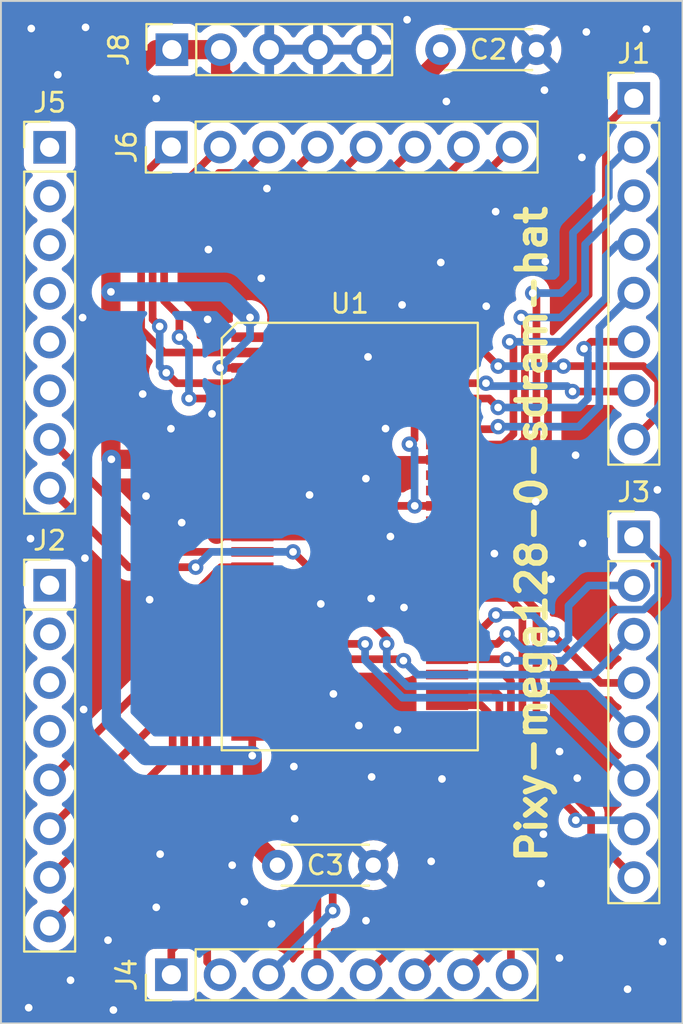
<source format=kicad_pcb>
(kicad_pcb (version 20221018) (generator pcbnew)
  (layers (0 "F.Cu" signal) (31 "B.Cu" signal) (34 "B.Paste" user) (35 "F.Paste" user) (36 "B.SilkS" user "B.Silkscreen") (37 "F.SilkS" user "F.Silkscreen") (38 "B.Mask" user) (39 "F.Mask" user) (44 "Edge.Cuts" user))
  (net 0 "")
  (net 1 "VCC")
  (net 2 "GND")
  (net 3 "/PA0")
  (net 4 "/PA1")
  (net 5 "/PA2")
  (net 6 "/PA3")
  (net 7 "/PA4")
  (net 8 "/PA5")
  (net 9 "/PA6")
  (net 10 "/PA7")
  (net 11 "/PB0")
  (net 12 "/PB1")
  (net 13 "/PB2")
  (net 14 "/PB3")
  (net 15 "/PB4")
  (net 16 "/PB5")
  (net 17 "/PB6")
  (net 18 "/PB7")
  (net 19 "/PC0")
  (net 20 "/PC1")
  (net 21 "/PC2")
  (net 22 "/PC3")
  (net 23 "/PC4")
  (net 24 "/PC5")
  (net 25 "/PC6")
  (net 26 "/PC7")
  (net 27 "/PD0")
  (net 28 "/PD1")
  (net 29 "/PD2")
  (net 30 "/PD3")
  (net 31 "/PD4")
  (net 32 "/PD5")
  (net 33 "/PD6")
  (net 34 "/PD7")
  (net 35 "/PE0")
  (net 36 "/PE1")
  (net 37 "/PE2")
  (net 38 "/PE3")
  (net 39 "/PE4")
  (net 40 "/PE5")
  (net 41 "/PE6")
  (net 42 "/PE7")
  (net 43 "/PF0")
  (net 44 "/PF1")
  (net 45 "/PF2")
  (net 46 "/PF3")
  (net 47 "/PF4")
  (net 48 "/PF5")
  (net 49 "/PF6")
  (net 50 "/PF7")
  (footprint "kekyo:EDS1216AGTA" (layer "F.Cu") (at 43.6 50.8 -90)
    (fp_text reference "U1" (at -12.15 0) (layer "F.SilkS"))
    (fp_text value "EDS1216AGTA")
    (pad "1" smd rect (at -10.4 5.08 270) (size 0.5 2.2) (layers "F.Cu" "F.Paste" "F.Mask") (net 1 "VCC"))
    (pad "2" smd rect (at -9.6 5.08 270) (size 0.5 2.2) (layers "F.Cu" "F.Paste" "F.Mask") (net 43 "/PF0"))
    (pad "3" smd rect (at -8.8 5.08 270) (size 0.5 2.2) (layers "F.Cu" "F.Paste" "F.Mask") (net 1 "VCC"))
    (pad "4" smd rect (at -8 5.08 270) (size 0.5 2.2) (layers "F.Cu" "F.Paste" "F.Mask") (net 44 "/PF1"))
    (pad "5" smd rect (at -7.2 5.08 270) (size 0.5 2.2) (layers "F.Cu" "F.Paste" "F.Mask") (net 45 "/PF2"))
    (pad "6" smd rect (at -6.4 5.08 270) (size 0.5 2.2) (layers "F.Cu" "F.Paste" "F.Mask") (net 2 "GND"))
    (pad "7" smd rect (at -5.6 5.08 270) (size 0.5 2.2) (layers "F.Cu" "F.Paste" "F.Mask") (net 46 "/PF3"))
    (pad "8" smd rect (at -4.8 5.08 270) (size 0.5 2.2) (layers "F.Cu" "F.Paste" "F.Mask") (net 47 "/PF4"))
    (pad "9" smd rect (at -4 5.08 270) (size 0.5 2.2) (layers "F.Cu" "F.Paste" "F.Mask") (net 1 "VCC"))
    (pad "10" smd rect (at -3.2 5.08 270) (size 0.5 2.2) (layers "F.Cu" "F.Paste" "F.Mask") (net 48 "/PF5"))
    (pad "11" smd rect (at -2.4 5.08 270) (size 0.5 2.2) (layers "F.Cu" "F.Paste" "F.Mask") (net 49 "/PF6"))
    (pad "12" smd rect (at -1.6 5.08 270) (size 0.5 2.2) (layers "F.Cu" "F.Paste" "F.Mask") (net 2 "GND"))
    (pad "13" smd rect (at -0.8 5.08 270) (size 0.5 2.2) (layers "F.Cu" "F.Paste" "F.Mask") (net 50 "/PF7"))
    (pad "14" smd rect (at 0 5.08 270) (size 0.5 2.2) (layers "F.Cu" "F.Paste" "F.Mask") (net 1 "VCC"))
    (pad "15" smd rect (at 0.8 5.08 270) (size 0.5 2.2) (layers "F.Cu" "F.Paste" "F.Mask") (net 41 "/PE6"))
    (pad "16" smd rect (at 1.6 5.08 270) (size 0.5 2.2) (layers "F.Cu" "F.Paste" "F.Mask") (net 15 "/PB4"))
    (pad "17" smd rect (at 2.4 5.08 270) (size 0.5 2.2) (layers "F.Cu" "F.Paste" "F.Mask") (net 16 "/PB5"))
    (pad "18" smd rect (at 3.2 5.08 270) (size 0.5 2.2) (layers "F.Cu" "F.Paste" "F.Mask") (net 17 "/PB6"))
    (pad "19" smd rect (at 4 5.08 270) (size 0.5 2.2) (layers "F.Cu" "F.Paste" "F.Mask") (net 18 "/PB7"))
    (pad "20" smd rect (at 4.8 5.08 270) (size 0.5 2.2) (layers "F.Cu" "F.Paste" "F.Mask") (net 23 "/PC4"))
    (pad "21" smd rect (at 5.6 5.08 270) (size 0.5 2.2) (layers "F.Cu" "F.Paste" "F.Mask") (net 24 "/PC5"))
    (pad "22" smd rect (at 6.4 5.08 270) (size 0.5 2.2) (layers "F.Cu" "F.Paste" "F.Mask") (net 21 "/PC2"))
    (pad "23" smd rect (at 7.2 5.08 270) (size 0.5 2.2) (layers "F.Cu" "F.Paste" "F.Mask") (net 27 "/PD0"))
    (pad "24" smd rect (at 8 5.08 270) (size 0.5 2.2) (layers "F.Cu" "F.Paste" "F.Mask") (net 28 "/PD1"))
    (pad "25" smd rect (at 8.8 5.08 270) (size 0.5 2.2) (layers "F.Cu" "F.Paste" "F.Mask") (net 29 "/PD2"))
    (pad "26" smd rect (at 9.6 5.08 270) (size 0.5 2.2) (layers "F.Cu" "F.Paste" "F.Mask") (net 30 "/PD3"))
    (pad "27" smd rect (at 10.4 5.08 270) (size 0.5 2.2) (layers "F.Cu" "F.Paste" "F.Mask") (net 1 "VCC"))
    (pad "28" smd rect (at 10.4 -5.08 270) (size 0.5 2.2) (layers "F.Cu" "F.Paste" "F.Mask") (net 2 "GND"))
    (pad "29" smd rect (at 9.6 -5.08 270) (size 0.5 2.2) (layers "F.Cu" "F.Paste" "F.Mask") (net 31 "/PD4"))
    (pad "30" smd rect (at 8.8 -5.08 270) (size 0.5 2.2) (layers "F.Cu" "F.Paste" "F.Mask") (net 32 "/PD5"))
    (pad "31" smd rect (at 8 -5.08 270) (size 0.5 2.2) (layers "F.Cu" "F.Paste" "F.Mask") (net 33 "/PD6"))
    (pad "32" smd rect (at 7.2 -5.08 270) (size 0.5 2.2) (layers "F.Cu" "F.Paste" "F.Mask") (net 34 "/PD7"))
    (pad "33" smd rect (at 6.4 -5.08 270) (size 0.5 2.2) (layers "F.Cu" "F.Paste" "F.Mask") (net 19 "/PC0"))
    (pad "34" smd rect (at 5.6 -5.08 270) (size 0.5 2.2) (layers "F.Cu" "F.Paste" "F.Mask") (net 20 "/PC1"))
    (pad "35" smd rect (at 4.8 -5.08 270) (size 0.5 2.2) (layers "F.Cu" "F.Paste" "F.Mask") (net 22 "/PC3"))
    (pad "36" smd rect (at 4 -5.08 270) (size 0.5 2.2) (layers "F.Cu" "F.Paste" "F.Mask"))
    (pad "37" smd rect (at 3.2 -5.08 270) (size 0.5 2.2) (layers "F.Cu" "F.Paste" "F.Mask") (net 25 "/PC6"))
    (pad "38" smd rect (at 2.4 -5.08 270) (size 0.5 2.2) (layers "F.Cu" "F.Paste" "F.Mask") (net 26 "/PC7"))
    (pad "39" smd rect (at 1.6 -5.08 270) (size 0.5 2.2) (layers "F.Cu" "F.Paste" "F.Mask") (net 42 "/PE7"))
    (pad "40" smd rect (at 0.8 -5.08 270) (size 0.5 2.2) (layers "F.Cu" "F.Paste" "F.Mask"))
    (pad "41" smd rect (at 0 -5.08 270) (size 0.5 2.2) (layers "F.Cu" "F.Paste" "F.Mask") (net 2 "GND"))
    (pad "42" smd rect (at -0.8 -5.08 270) (size 0.5 2.2) (layers "F.Cu" "F.Paste" "F.Mask") (net 3 "/PA0"))
    (pad "43" smd rect (at -1.6 -5.08 270) (size 0.5 2.2) (layers "F.Cu" "F.Paste" "F.Mask") (net 1 "VCC"))
    (pad "44" smd rect (at -2.4 -5.08 270) (size 0.5 2.2) (layers "F.Cu" "F.Paste" "F.Mask") (net 4 "/PA1"))
    (pad "45" smd rect (at -3.2 -5.08 270) (size 0.5 2.2) (layers "F.Cu" "F.Paste" "F.Mask") (net 5 "/PA2"))
    (pad "46" smd rect (at -4 -5.08 270) (size 0.5 2.2) (layers "F.Cu" "F.Paste" "F.Mask") (net 2 "GND"))
    (pad "47" smd rect (at -4.8 -5.08 270) (size 0.5 2.2) (layers "F.Cu" "F.Paste" "F.Mask") (net 6 "/PA3"))
    (pad "48" smd rect (at -5.6 -5.08 270) (size 0.5 2.2) (layers "F.Cu" "F.Paste" "F.Mask") (net 7 "/PA4"))
    (pad "49" smd rect (at -6.4 -5.08 270) (size 0.5 2.2) (layers "F.Cu" "F.Paste" "F.Mask") (net 1 "VCC"))
    (pad "50" smd rect (at -7.2 -5.08 270) (size 0.5 2.2) (layers "F.Cu" "F.Paste" "F.Mask") (net 8 "/PA5"))
    (pad "51" smd rect (at -8 -5.08 270) (size 0.5 2.2) (layers "F.Cu" "F.Paste" "F.Mask") (net 9 "/PA6"))
    (pad "52" smd rect (at -8.8 -5.08 270) (size 0.5 2.2) (layers "F.Cu" "F.Paste" "F.Mask") (net 2 "GND"))
    (pad "53" smd rect (at -9.6 -5.08 270) (size 0.5 2.2) (layers "F.Cu" "F.Paste" "F.Mask") (net 10 "/PA7"))
    (pad "54" smd rect (at -10.4 -5.08 270) (size 0.5 2.2) (layers "F.Cu" "F.Paste" "F.Mask") (net 2 "GND"))
  )
  (footprint "kekyo:PinHeader_1x08_P2.54mm_Vertical" (layer "F.Cu") (at 27.94 30.495)
    (fp_text reference "J5" (at 0 -2.33) (layer "F.SilkS"))
    (fp_text value "PE_Header" hide)
    (pad "1" thru_hole rect (at 0 0) (size 1.7 1.7) (drill 1) (layers "*.Cu" "*.Mask") (net 35 "/PE0"))
    (pad "2" thru_hole oval (at 0 2.54) (size 1.7 1.7) (drill 1) (layers "*.Cu" "*.Mask") (net 36 "/PE1"))
    (pad "3" thru_hole oval (at 0 5.08) (size 1.7 1.7) (drill 1) (layers "*.Cu" "*.Mask") (net 37 "/PE2"))
    (pad "4" thru_hole oval (at 0 7.62) (size 1.7 1.7) (drill 1) (layers "*.Cu" "*.Mask") (net 38 "/PE3"))
    (pad "5" thru_hole oval (at 0 10.16) (size 1.7 1.7) (drill 1) (layers "*.Cu" "*.Mask") (net 39 "/PE4"))
    (pad "6" thru_hole oval (at 0 12.7) (size 1.7 1.7) (drill 1) (layers "*.Cu" "*.Mask") (net 40 "/PE5"))
    (pad "7" thru_hole oval (at 0 15.24) (size 1.7 1.7) (drill 1) (layers "*.Cu" "*.Mask") (net 41 "/PE6"))
    (pad "8" thru_hole oval (at 0 17.78) (size 1.7 1.7) (drill 1) (layers "*.Cu" "*.Mask") (net 42 "/PE7"))
  )
  (footprint "kekyo:PinHeader_1x08_P2.54mm_Vertical" (layer "F.Cu") (at 58.42 27.94)
    (fp_text reference "J1" (at 0 -2.33) (layer "F.SilkS"))
    (fp_text value "PA_Header" hide)
    (pad "1" thru_hole rect (at 0 0) (size 1.7 1.7) (drill 1) (layers "*.Cu" "*.Mask") (net 3 "/PA0"))
    (pad "2" thru_hole oval (at 0 2.54) (size 1.7 1.7) (drill 1) (layers "*.Cu" "*.Mask") (net 4 "/PA1"))
    (pad "3" thru_hole oval (at 0 5.08) (size 1.7 1.7) (drill 1) (layers "*.Cu" "*.Mask") (net 5 "/PA2"))
    (pad "4" thru_hole oval (at 0 7.62) (size 1.7 1.7) (drill 1) (layers "*.Cu" "*.Mask") (net 6 "/PA3"))
    (pad "5" thru_hole oval (at 0 10.16) (size 1.7 1.7) (drill 1) (layers "*.Cu" "*.Mask") (net 7 "/PA4"))
    (pad "6" thru_hole oval (at 0 12.7) (size 1.7 1.7) (drill 1) (layers "*.Cu" "*.Mask") (net 8 "/PA5"))
    (pad "7" thru_hole oval (at 0 15.24) (size 1.7 1.7) (drill 1) (layers "*.Cu" "*.Mask") (net 9 "/PA6"))
    (pad "8" thru_hole oval (at 0 17.78) (size 1.7 1.7) (drill 1) (layers "*.Cu" "*.Mask") (net 10 "/PA7"))
  )
  (footprint "kekyo:PinHeader_1x08_P2.54mm_Vertical" (layer "F.Cu") (at 58.42 50.815)
    (fp_text reference "J3" (at 0 -2.33) (layer "F.SilkS"))
    (fp_text value "PC_Header" hide)
    (pad "1" thru_hole rect (at 0 0) (size 1.7 1.7) (drill 1) (layers "*.Cu" "*.Mask") (net 19 "/PC0"))
    (pad "2" thru_hole oval (at 0 2.54) (size 1.7 1.7) (drill 1) (layers "*.Cu" "*.Mask") (net 20 "/PC1"))
    (pad "3" thru_hole oval (at 0 5.08) (size 1.7 1.7) (drill 1) (layers "*.Cu" "*.Mask") (net 21 "/PC2"))
    (pad "4" thru_hole oval (at 0 7.62) (size 1.7 1.7) (drill 1) (layers "*.Cu" "*.Mask") (net 22 "/PC3"))
    (pad "5" thru_hole oval (at 0 10.16) (size 1.7 1.7) (drill 1) (layers "*.Cu" "*.Mask") (net 23 "/PC4"))
    (pad "6" thru_hole oval (at 0 12.7) (size 1.7 1.7) (drill 1) (layers "*.Cu" "*.Mask") (net 24 "/PC5"))
    (pad "7" thru_hole oval (at 0 15.24) (size 1.7 1.7) (drill 1) (layers "*.Cu" "*.Mask") (net 25 "/PC6"))
    (pad "8" thru_hole oval (at 0 17.78) (size 1.7 1.7) (drill 1) (layers "*.Cu" "*.Mask") (net 26 "/PC7"))
  )
  (footprint "kekyo:PinHeader_1x08_P2.54mm_Vertical" (layer "F.Cu") (at 27.94 53.34)
    (fp_text reference "J2" (at 0 -2.33) (layer "F.SilkS"))
    (fp_text value "PB_Header" hide)
    (pad "1" thru_hole rect (at 0 0) (size 1.7 1.7) (drill 1) (layers "*.Cu" "*.Mask") (net 11 "/PB0"))
    (pad "2" thru_hole oval (at 0 2.54) (size 1.7 1.7) (drill 1) (layers "*.Cu" "*.Mask") (net 12 "/PB1"))
    (pad "3" thru_hole oval (at 0 5.08) (size 1.7 1.7) (drill 1) (layers "*.Cu" "*.Mask") (net 13 "/PB2"))
    (pad "4" thru_hole oval (at 0 7.62) (size 1.7 1.7) (drill 1) (layers "*.Cu" "*.Mask") (net 14 "/PB3"))
    (pad "5" thru_hole oval (at 0 10.16) (size 1.7 1.7) (drill 1) (layers "*.Cu" "*.Mask") (net 15 "/PB4"))
    (pad "6" thru_hole oval (at 0 12.7) (size 1.7 1.7) (drill 1) (layers "*.Cu" "*.Mask") (net 16 "/PB5"))
    (pad "7" thru_hole oval (at 0 15.24) (size 1.7 1.7) (drill 1) (layers "*.Cu" "*.Mask") (net 17 "/PB6"))
    (pad "8" thru_hole oval (at 0 17.78) (size 1.7 1.7) (drill 1) (layers "*.Cu" "*.Mask") (net 18 "/PB7"))
  )
  (footprint "kekyo:PinSocket_1x05_P2.54mm_Vertical" (layer "F.Cu") (at 34.32 25.4 90)
    (fp_text reference "J8" (at 0 -2.77 90) (layer "F.SilkS"))
    (fp_text value "Power_Header" hide)
    (pad "1" thru_hole rect (at 0 0 90) (size 1.7 1.7) (drill 1) (layers "*.Cu" "*.Mask") (net 1 "VCC"))
    (pad "2" thru_hole oval (at 0 2.54 90) (size 1.7 1.7) (drill 1) (layers "*.Cu" "*.Mask") (net 1 "VCC"))
    (pad "3" thru_hole oval (at 0 5.08 90) (size 1.7 1.7) (drill 1) (layers "*.Cu" "*.Mask") (net 2 "GND"))
    (pad "4" thru_hole oval (at 0 7.62 90) (size 1.7 1.7) (drill 1) (layers "*.Cu" "*.Mask") (net 2 "GND"))
    (pad "5" thru_hole oval (at 0 10.16 90) (size 1.7 1.7) (drill 1) (layers "*.Cu" "*.Mask") (net 2 "GND"))
  )
  (footprint "kekyo:PinHeader_1x08_P2.54mm_Vertical" (layer "F.Cu") (at 34.29 73.66 90)
    (fp_text reference "J4" (at 0 -2.33 90) (layer "F.SilkS"))
    (fp_text value "PD_Header" hide)
    (pad "1" thru_hole rect (at 0 0 90) (size 1.7 1.7) (drill 1) (layers "*.Cu" "*.Mask") (net 27 "/PD0"))
    (pad "2" thru_hole oval (at 0 2.54 90) (size 1.7 1.7) (drill 1) (layers "*.Cu" "*.Mask") (net 28 "/PD1"))
    (pad "3" thru_hole oval (at 0 5.08 90) (size 1.7 1.7) (drill 1) (layers "*.Cu" "*.Mask") (net 29 "/PD2"))
    (pad "4" thru_hole oval (at 0 7.62 90) (size 1.7 1.7) (drill 1) (layers "*.Cu" "*.Mask") (net 30 "/PD3"))
    (pad "5" thru_hole oval (at 0 10.16 90) (size 1.7 1.7) (drill 1) (layers "*.Cu" "*.Mask") (net 31 "/PD4"))
    (pad "6" thru_hole oval (at 0 12.7 90) (size 1.7 1.7) (drill 1) (layers "*.Cu" "*.Mask") (net 32 "/PD5"))
    (pad "7" thru_hole oval (at 0 15.24 90) (size 1.7 1.7) (drill 1) (layers "*.Cu" "*.Mask") (net 33 "/PD6"))
    (pad "8" thru_hole oval (at 0 17.78 90) (size 1.7 1.7) (drill 1) (layers "*.Cu" "*.Mask") (net 34 "/PD7"))
  )
  (footprint "kekyo:PinHeader_1x08_P2.54mm_Vertical" (layer "F.Cu") (at 34.29 30.48 90)
    (fp_text reference "J6" (at 0 -2.33 90) (layer "F.SilkS"))
    (fp_text value "PF_Header" hide)
    (pad "1" thru_hole rect (at 0 0 90) (size 1.7 1.7) (drill 1) (layers "*.Cu" "*.Mask") (net 43 "/PF0"))
    (pad "2" thru_hole oval (at 0 2.54 90) (size 1.7 1.7) (drill 1) (layers "*.Cu" "*.Mask") (net 44 "/PF1"))
    (pad "3" thru_hole oval (at 0 5.08 90) (size 1.7 1.7) (drill 1) (layers "*.Cu" "*.Mask") (net 45 "/PF2"))
    (pad "4" thru_hole oval (at 0 7.62 90) (size 1.7 1.7) (drill 1) (layers "*.Cu" "*.Mask") (net 46 "/PF3"))
    (pad "5" thru_hole oval (at 0 10.16 90) (size 1.7 1.7) (drill 1) (layers "*.Cu" "*.Mask") (net 47 "/PF4"))
    (pad "6" thru_hole oval (at 0 12.7 90) (size 1.7 1.7) (drill 1) (layers "*.Cu" "*.Mask") (net 48 "/PF5"))
    (pad "7" thru_hole oval (at 0 15.24 90) (size 1.7 1.7) (drill 1) (layers "*.Cu" "*.Mask") (net 49 "/PF6"))
    (pad "8" thru_hole oval (at 0 17.78 90) (size 1.7 1.7) (drill 1) (layers "*.Cu" "*.Mask") (net 50 "/PF7"))
  )
  (footprint "kekyo:C_Disc_D4.3mm_W1.9mm_P5.00mm" (layer "F.Cu") (at 39.823242 67.94562)
    (fp_text reference "C3" (at 2.5 0) (layer "F.SilkS"))
    (fp_text value "0.1u")
    (pad "1" thru_hole circle (at 0 0) (size 1.6 1.6) (drill 0.8) (layers "*.Cu" "*.Mask") (net 1 "VCC"))
    (pad "2" thru_hole circle (at 5 0) (size 1.6 1.6) (drill 0.8) (layers "*.Cu" "*.Mask") (net 2 "GND"))
  )
  (footprint "kekyo:C_Disc_D4.3mm_W1.9mm_P5.00mm" (layer "F.Cu") (at 48.34 25.4)
    (fp_text reference "C2" (at 2.5 0) (layer "F.SilkS"))
    (fp_text value "0.1u")
    (pad "1" thru_hole circle (at 0 0) (size 1.6 1.6) (drill 0.8) (layers "*.Cu" "*.Mask") (net 1 "VCC"))
    (pad "2" thru_hole circle (at 5 0) (size 1.6 1.6) (drill 0.8) (layers "*.Cu" "*.Mask") (net 2 "GND"))
  )
  (gr_line (start 60.96 76.2) (end 60.96 22.86) (stroke (width 0.1)) (layer "Edge.Cuts"))
  (gr_line (start 25.4 22.86) (end 25.4 76.2) (stroke (width 0.1)) (layer "Edge.Cuts"))
  (gr_line (start 60.96 22.86) (end 25.4 22.86) (stroke (width 0.1)) (layer "Edge.Cuts"))
  (gr_line (start 25.4 76.2) (end 60.96 76.2) (stroke (width 0.1)) (layer "Edge.Cuts"))
  (gr_text "Pixy-mega128-0-sdram-hat" (at 53.975 67.945 90) (layer "F.SilkS") (effects (font (size 1.5 1.5) (thickness 0.3) bold) (justify left bottom)))
  (segment (start 37.7374 27.534807) (end 46.711342 27.534807) (width 1) (layer "F.Cu") (net 1))
  (segment (start 38.5195 41.9995) (end 38.52 42) (width 0.4) (layer "F.Cu") (net 1))
  (segment (start 36.86 25.4) (end 36.86 26.657407) (width 1) (layer "F.Cu") (net 1))
  (segment (start 36.6681 46.8) (end 38.52 46.8) (width 0.4) (layer "F.Cu") (net 1))
  (segment (start 33.497765 25.4) (end 31.13642 27.761345) (width 1) (layer "F.Cu") (net 1))
  (segment (start 47.18 44.4) (end 48.68 44.4) (width 0.4) (layer "F.Cu") (net 1))
  (segment (start 38.52 50.8) (end 43.320979 50.8) (width 0.4) (layer "F.Cu") (net 1))
  (segment (start 48.34 25.906149) (end 48.34 25.4) (width 1) (layer "F.Cu") (net 1))
  (segment (start 46.706523 45.97936) (end 46.980498 45.705385) (width 0.4) (layer "F.Cu") (net 1))
  (segment (start 36.639096 46.81405) (end 36.65405 46.81405) (width 0.4) (layer "F.Cu") (net 1))
  (segment (start 31.160973 46.769582) (end 36.594628 46.769582) (width 1) (layer "F.Cu") (net 1))
  (segment (start 46.980498 44.599502) (end 47.18 44.4) (width 0.4) (layer "F.Cu") (net 1))
  (segment (start 46.99 49.2) (end 48.68 49.2) (width 0.4) (layer "F.Cu") (net 1))
  (segment (start 43.320979 50.8) (end 44.920979 49.2) (width 0.4) (layer "F.Cu") (net 1))
  (segment (start 36.639096 46.81405) (end 36.639096 50.499091) (width 1) (layer "F.Cu") (net 1))
  (segment (start 38.395937 40.275937) (end 38.52 40.4) (width 0.4) (layer "F.Cu") (net 1))
  (segment (start 38.510863 62.23) (end 38.510863 66.633241) (width 1) (layer "F.Cu") (net 1))
  (segment (start 44.920979 49.2) (end 46.99 49.2) (width 0.4) (layer "F.Cu") (net 1))
  (segment (start 38.510863 62.23) (end 38.510863 61.209137) (width 0.4) (layer "F.Cu") (net 1))
  (segment (start 34.32 25.4) (end 33.497765 25.4) (width 1) (layer "F.Cu") (net 1))
  (segment (start 36.767591 50.8) (end 38.52 50.8) (width 0.4) (layer "F.Cu") (net 1))
  (segment (start 36.65405 46.81405) (end 36.6681 46.8) (width 0.4) (layer "F.Cu") (net 1))
  (segment (start 36.639096 50.499091) (end 36.65249 50.512485) (width 1) (layer "F.Cu") (net 1))
  (segment (start 38.395937 39.37) (end 38.395937 40.275937) (width 0.4) (layer "F.Cu") (net 1))
  (segment (start 36.594628 46.769582) (end 36.639096 46.81405) (width 1) (layer "F.Cu") (net 1))
  (segment (start 36.83 41.9995) (end 38.5195 41.9995) (width 0.4) (layer "F.Cu") (net 1))
  (segment (start 36.65249 50.684899) (end 36.767591 50.8) (width 0.4) (layer "F.Cu") (net 1))
  (segment (start 31.13642 38.03575) (end 31.13642 46.745029) (width 1) (layer "F.Cu") (net 1))
  (segment (start 36.86 26.657407) (end 37.7374 27.534807) (width 1) (layer "F.Cu") (net 1))
  (segment (start 38.510863 66.633241) (end 39.823242 67.94562) (width 1) (layer "F.Cu") (net 1))
  (segment (start 31.13642 27.761345) (end 31.13642 38.03575) (width 1) (layer "F.Cu") (net 1))
  (segment (start 31.13642 46.745029) (end 31.160973 46.769582) (width 1) (layer "F.Cu") (net 1))
  (segment (start 46.980498 45.705385) (end 46.980498 44.599502) (width 0.4) (layer "F.Cu") (net 1))
  (segment (start 36.65249 50.512485) (end 36.65249 50.684899) (width 1) (layer "F.Cu") (net 1))
  (segment (start 46.711342 27.534807) (end 48.34 25.906149) (width 1) (layer "F.Cu") (net 1))
  (segment (start 38.510863 61.209137) (end 38.52 61.2) (width 0.4) (layer "F.Cu") (net 1))
  (segment (start 36.86 25.4) (end 34.32 25.4) (width 1) (layer "F.Cu") (net 1))
  (via (at 38.510863 62.23) (size 0.8) (drill 0.4) (layers "F.Cu" "B.Cu") (net 1))
  (via (at 46.99 49.2) (size 0.8) (drill 0.4) (layers "F.Cu" "B.Cu") (net 1))
  (via (at 46.706523 45.97936) (size 0.8) (drill 0.4) (layers "F.Cu" "B.Cu") (net 1))
  (via (at 31.13642 38.03575) (size 0.8) (drill 0.4) (layers "F.Cu" "B.Cu") (net 1))
  (via (at 36.83 41.9995) (size 0.8) (drill 0.4) (layers "F.Cu" "B.Cu") (net 1))
  (via (at 31.160973 46.769582) (size 0.8) (drill 0.4) (layers "F.Cu" "B.Cu") (net 1))
  (via (at 38.395937 39.37) (size 0.8) (drill 0.4) (layers "F.Cu" "B.Cu") (net 1))
  (segment (start 31.160973 46.769582) (end 31.160973 60.426582) (width 1) (layer "B.Cu") (net 1))
  (segment (start 38.395937 40.433563) (end 36.83 41.9995) (width 0.4) (layer "B.Cu") (net 1))
  (segment (start 38.395937 39.37) (end 38.395937 40.433563) (width 0.4) (layer "B.Cu") (net 1))
  (segment (start 38.395937 39.37) (end 37.061687 38.03575) (width 1) (layer "B.Cu") (net 1))
  (segment (start 46.98076 49.19076) (end 46.99 49.2) (width 0.4) (layer "B.Cu") (net 1))
  (segment (start 46.706523 45.97936) (end 46.98076 46.253597) (width 0.4) (layer "B.Cu") (net 1))
  (segment (start 32.964391 62.23) (end 38.510863 62.23) (width 1) (layer "B.Cu") (net 1))
  (segment (start 31.160973 60.426582) (end 32.964391 62.23) (width 1) (layer "B.Cu") (net 1))
  (segment (start 37.061687 38.03575) (end 31.13642 38.03575) (width 1) (layer "B.Cu") (net 1))
  (segment (start 46.98076 46.253597) (end 46.98076 49.19076) (width 0.4) (layer "B.Cu") (net 1))
  (segment (start 46.329362 40.39107) (end 46.329362 38.715736) (width 0.4) (layer "F.Cu") (net 2))
  (segment (start 45.419039 46.8) (end 48.68 46.8) (width 0.4) (layer "F.Cu") (net 2))
  (segment (start 40.930831 49.2) (end 41.501098 48.629733) (width 0.4) (layer "F.Cu") (net 2))
  (segment (start 48.68 61.2) (end 46.409047 61.2) (width 0.4) (layer "F.Cu") (net 2))
  (segment (start 46.409047 61.2) (end 46.093759 60.884712) (width 0.4) (layer "F.Cu") (net 2))
  (segment (start 46.329362 41.149362) (end 46.329362 40.39107) (width 0.4) (layer "F.Cu") (net 2))
  (segment (start 38.52 49.2) (end 40.930831 49.2) (width 0.4) (layer "F.Cu") (net 2))
  (segment (start 46.338292 40.4) (end 46.329362 40.39107) (width 0.4) (layer "F.Cu") (net 2))
  (segment (start 48.68 40.4) (end 46.338292 40.4) (width 0.4) (layer "F.Cu") (net 2))
  (segment (start 44.44107 47.777969) (end 45.419039 46.8) (width 0.4) (layer "F.Cu") (net 2))
  (segment (start 47.18 42) (end 46.329362 41.149362) (width 0.4) (layer "F.Cu") (net 2))
  (segment (start 38.52 44.4) (end 36.412399 44.4) (width 0.4) (layer "F.Cu") (net 2))
  (segment (start 48.68 42) (end 47.18 42) (width 0.4) (layer "F.Cu") (net 2))
  (segment (start 45.72 50.8) (end 48.68 50.8) (width 0.4) (layer "F.Cu") (net 2))
  (segment (start 36.412399 44.4) (end 36.411399 44.399) (width 0.4) (layer "F.Cu") (net 2))
  (via (at 29.660852 39.377732) (size 0.8) (drill 0.4) (layers "F.Cu" "B.Cu") (net 2))
  (via (at 44.740971 63.34009) (size 0.8) (drill 0.4) (layers "F.Cu" "B.Cu") (net 2))
  (via (at 45.465705 45.168202) (size 0.8) (drill 0.4) (layers "F.Cu" "B.Cu") (net 2))
  (via (at 44.072735 60.660173) (size 0.8) (drill 0.4) (layers "F.Cu" "B.Cu") (net 2))
  (via (at 40.722788 65.517409) (size 0.8) (drill 0.4) (layers "F.Cu" "B.Cu") (net 2))
  (via (at 29.781397 51.928929) (size 0.8) (drill 0.4) (layers "F.Cu" "B.Cu") (net 2))
  (via (at 55.46952 63.402773) (size 0.8) (drill 0.4) (layers "F.Cu" "B.Cu") (net 2))
  (via (at 33.503452 70.142606) (size 0.8) (drill 0.4) (layers "F.Cu" "B.Cu") (net 2))
  (via (at 30.985391 71.85703) (size 0.8) (drill 0.4) (layers "F.Cu" "B.Cu") (net 2))
  (via (at 48.410911 63.447241) (size 0.8) (drill 0.4) (layers "F.Cu" "B.Cu") (net 2))
  (via (at 53.301473 48.977667) (size 0.8) (drill 0.4) (layers "F.Cu" "B.Cu") (net 2))
  (via (at 55.712383 31.022283) (size 0.8) (drill 0.4) (layers "F.Cu" "B.Cu") (net 2))
  (via (at 55.942865 24.478108) (size 0.8) (drill 0.4) (layers "F.Cu" "B.Cu") (net 2))
  (via (at 28.368084 26.7082) (size 0.8) (drill 0.4) (layers "F.Cu" "B.Cu") (net 2))
  (via (at 59.64843 48.364589) (size 0.8) (drill 0.4) (layers "F.Cu" "B.Cu") (net 2))
  (via (at 42.08897 54.314715) (size 0.8) (drill 0.4) (layers "F.Cu" "B.Cu") (net 2))
  (via (at 32.969156 48.689202) (size 0.8) (drill 0.4) (layers "F.Cu" "B.Cu") (net 2))
  (via (at 29.029875 73.946485) (size 0.8) (drill 0.4) (layers "F.Cu" "B.Cu") (net 2))
  (via (at 26.981811 24.29729) (size 0.8) (drill 0.4) (layers "F.Cu" "B.Cu") (net 2))
  (via (at 59.92176 71.933172) (size 0.8) (drill 0.4) (layers "F.Cu" "B.Cu") (net 2))
  (via (at 40.682606 62.798438) (size 0.8) (drill 0.4) (layers "F.Cu" "B.Cu") (net 2))
  (via (at 42.745273 59.00956) (size 0.8) (drill 0.4) (layers "F.Cu" "B.Cu") (net 2))
  (via (at 36.411399 44.399) (size 0.8) (drill 0.4) (layers "F.Cu" "B.Cu") (net 2))
  (via (at 58.094611 74.414895) (size 0.8) (drill 0.4) (layers "F.Cu" "B.Cu") (net 2))
  (via (at 46.329362 38.715736) (size 0.8) (drill 0.4) (layers "F.Cu" "B.Cu") (net 2))
  (via (at 26.941881 50.910989) (size 0.8) (drill 0.4) (layers "F.Cu" "B.Cu") (net 2))
  (via (at 32.795035 43.365913) (size 0.8) (drill 0.4) (layers "F.Cu" "B.Cu") (net 2))
  (via (at 54.103337 53.025682) (size 0.8) (drill 0.4) (layers "F.Cu" "B.Cu") (net 2))
  (via (at 46.590796 23.838079) (size 0.8) (drill 0.4) (layers "F.Cu" "B.Cu") (net 2))
  (via (at 26.846662 75.379637) (size 0.8) (drill 0.4) (layers "F.Cu" "B.Cu") (net 2))
  (via (at 33.705823 67.368931) (size 0.8) (drill 0.4) (layers "F.Cu" "B.Cu") (net 2))
  (via (at 39.277451 32.645065) (size 0.8) (drill 0.4) (layers "F.Cu" "B.Cu") (net 2))
  (via (at 46.428608 54.50223) (size 0.8) (drill 0.4) (layers "F.Cu" "B.Cu") (net 2))
  (via (at 53.580973 68.898576) (size 0.8) (drill 0.4) (layers "F.Cu" "B.Cu") (net 2))
  (via (at 33.504914 27.954306) (size 0.8) (drill 0.4) (layers "F.Cu" "B.Cu") (net 2))
  (via (at 53.801514 36.454152) (size 0.8) (drill 0.4) (layers "F.Cu" "B.Cu") (net 2))
  (via (at 34.268368 45.174095) (size 0.8) (drill 0.4) (layers "F.Cu" "B.Cu") (net 2))
  (via (at 38.1 69.85) (size 0.8) (drill 0.4) (layers "F.Cu" "B.Cu") (net 2))
  (via (at 50.720907 38.784698) (size 0.8) (drill 0.4) (layers "F.Cu" "B.Cu") (net 2))
  (via (at 51.144737 51.689445) (size 0.8) (drill 0.4) (layers "F.Cu" "B.Cu") (net 2))
  (via (at 36.183702 39.47149) (size 0.8) (drill 0.4) (layers "F.Cu" "B.Cu") (net 2))
  (via (at 54.538519 72.787531) (size 0.8) (drill 0.4) (layers "F.Cu" "B.Cu") (net 2))
  (via (at 54.545337 62.015696) (size 0.8) (drill 0.4) (layers "F.Cu" "B.Cu") (net 2))
  (via (at 59.077048 24.327426) (size 0.8) (drill 0.4) (layers "F.Cu" "B.Cu") (net 2))
  (via (at 44.44107 47.777969) (size 0.8) (drill 0.4) (layers "F.Cu" "B.Cu") (net 2))
  (via (at 55.750792 51.150529) (size 0.8) (drill 0.4) (layers "F.Cu" "B.Cu") (net 2))
  (via (at 34.830914 50.074671) (size 0.8) (drill 0.4) (layers "F.Cu" "B.Cu") (net 2))
  (via (at 47.848244 67.744711) (size 0.8) (drill 0.4) (layers "F.Cu" "B.Cu") (net 2))
  (via (at 48.348499 36.502521) (size 0.8) (drill 0.4) (layers "F.Cu" "B.Cu") (net 2))
  (via (at 37.465 67.945) (size 0.8) (drill 0.4) (layers "F.Cu" "B.Cu") (net 2))
  (via (at 46.093759 60.884712) (size 0.8) (drill 0.4) (layers "F.Cu" "B.Cu") (net 2))
  (via (at 53.756556 27.513913) (size 0.8) (drill 0.4) (layers "F.Cu" "B.Cu") (net 2))
  (via (at 55.381999 46.557828) (size 0.8) (drill 0.4) (layers "F.Cu" "B.Cu") (net 2))
  (via (at 38.983036 37.328459) (size 0.8) (drill 0.4) (layers "F.Cu" "B.Cu") (net 2))
  (via (at 44.715644 54.033385) (size 0.8) (drill 0.4) (layers "F.Cu" "B.Cu") (net 2))
  (via (at 39.517333 71.008926) (size 0.8) (drill 0.4) (layers "F.Cu" "B.Cu") (net 2))
  (via (at 44.551316 41.42801) (size 0.8) (drill 0.4) (layers "F.Cu" "B.Cu") (net 2))
  (via (at 51.211455 33.85052) (size 0.8) (drill 0.4) (layers "F.Cu" "B.Cu") (net 2))
  (via (at 48.64007 28.103246) (size 0.8) (drill 0.4) (layers "F.Cu" "B.Cu") (net 2))
  (via (at 44.446304 70.839091) (size 0.8) (drill 0.4) (layers "F.Cu" "B.Cu") (net 2))
  (via (at 41.501098 48.629733) (size 0.8) (drill 0.4) (layers "F.Cu" "B.Cu") (net 2))
  (via (at 33.156671 54.092854) (size 0.8) (drill 0.4) (layers "F.Cu" "B.Cu") (net 2))
  (via (at 36.223884 35.828337) (size 0.8) (drill 0.4) (layers "F.Cu" "B.Cu") (net 2))
  (via (at 29.81463 24.237017) (size 0.8) (drill 0.4) (layers "F.Cu" "B.Cu") (net 2))
  (via (at 31.266664 75.500183) (size 0.8) (drill 0.4) (layers "F.Cu" "B.Cu") (net 2))
  (via (at 53.701519 66.326939) (size 0.8) (drill 0.4) (layers "F.Cu" "B.Cu") (net 2))
  (via (at 29.714428 59.822247) (size 0.8) (drill 0.4) (layers "F.Cu" "B.Cu") (net 2))
  (via (at 45.72 50.8) (size 0.8) (drill 0.4) (layers "F.Cu" "B.Cu") (net 2))
  (segment (start 50.18 50) (end 48.68 50) (width 0.4) (layer "F.Cu") (net 3))
  (segment (start 56.962484 38.558254) (end 53.942109 41.578629) (width 0.4) (layer "F.Cu") (net 3))
  (segment (start 53.942109 46.237891) (end 50.18 50) (width 0.4) (layer "F.Cu") (net 3))
  (segment (start 56.962484 29.397516) (end 56.962484 38.558254) (width 0.4) (layer "F.Cu") (net 3))
  (segment (start 53.942109 41.578629) (end 53.942109 46.237891) (width 0.4) (layer "F.Cu") (net 3))
  (segment (start 58.42 27.94) (end 56.962484 29.397516) (width 0.4) (layer "F.Cu") (net 3))
  (segment (start 50.88498 48.4) (end 53.3405 45.94448) (width 0.4) (layer "F.Cu") (net 4))
  (segment (start 53.3405 45.94448) (end 53.3405 38.297391) (width 0.4) (layer "F.Cu") (net 4))
  (segment (start 48.68 48.4) (end 50.88498 48.4) (width 0.4) (layer "F.Cu") (net 4))
  (segment (start 53.3405 38.297391) (end 53.143109 38.1) (width 0.4) (layer "F.Cu") (net 4))
  (via (at 53.143109 38.1) (size 0.8) (drill 0.4) (layers "F.Cu" "B.Cu") (net 4))
  (segment (start 58.19518 30.48) (end 58.42 30.48) (width 0.4) (layer "B.Cu") (net 4))
  (segment (start 54.61 38.1) (end 55.245 37.465) (width 0.4) (layer "B.Cu") (net 4))
  (segment (start 53.143109 38.1) (end 54.61 38.1) (width 0.4) (layer "B.Cu") (net 4))
  (segment (start 55.245 37.465) (end 55.245 34.94816) (width 0.4) (layer "B.Cu") (net 4))
  (segment (start 55.245 34.94816) (end 57.114282 33.078878) (width 0.4) (layer "B.Cu") (net 4))
  (segment (start 57.114282 33.078878) (end 57.114282 31.560898) (width 0.4) (layer "B.Cu") (net 4))
  (segment (start 57.114282 31.560898) (end 58.19518 30.48) (width 0.4) (layer "B.Cu") (net 4))
  (segment (start 48.68 47.6) (end 50.836452 47.6) (width 0.4) (layer "F.Cu") (net 5))
  (segment (start 52.74 45.696452) (end 52.74 39.5695) (width 0.4) (layer "F.Cu") (net 5))
  (segment (start 52.74 39.5695) (end 52.5405 39.37) (width 0.4) (layer "F.Cu") (net 5))
  (segment (start 50.836452 47.6) (end 52.74 45.696452) (width 0.4) (layer "F.Cu") (net 5))
  (via (at 52.5405 39.37) (size 0.8) (drill 0.4) (layers "F.Cu" "B.Cu") (net 5))
  (segment (start 52.5405 39.37) (end 54.61 39.37) (width 0.4) (layer "B.Cu") (net 5))
  (segment (start 54.61 39.37) (end 55.88 38.1) (width 0.4) (layer "B.Cu") (net 5))
  (segment (start 55.88 35.56) (end 58.42 33.02) (width 0.4) (layer "B.Cu") (net 5))
  (segment (start 55.88 38.1) (end 55.88 35.56) (width 0.4) (layer "B.Cu") (net 5))
  (segment (start 51.587924 46) (end 52.14 45.447924) (width 0.4) (layer "F.Cu") (net 6))
  (segment (start 52.14 40.8395) (end 51.9405 40.64) (width 0.4) (layer "F.Cu") (net 6))
  (segment (start 48.68 46) (end 51.587924 46) (width 0.4) (layer "F.Cu") (net 6))
  (segment (start 52.14 45.447924) (end 52.14 40.8395) (width 0.4) (layer "F.Cu") (net 6))
  (via (at 51.9405 40.64) (size 0.8) (drill 0.4) (layers "F.Cu" "B.Cu") (net 6))
  (segment (start 56.962484 38.33609) (end 56.962484 36.166271) (width 0.4) (layer "B.Cu") (net 6))
  (segment (start 54.658574 40.64) (end 56.962484 38.33609) (width 0.4) (layer "B.Cu") (net 6))
  (segment (start 56.962484 36.166271) (end 57.568755 35.56) (width 0.4) (layer "B.Cu") (net 6))
  (segment (start 51.9405 40.64) (end 54.658574 40.64) (width 0.4) (layer "B.Cu") (net 6))
  (segment (start 57.568755 35.56) (end 58.42 35.56) (width 0.4) (layer "B.Cu") (net 6))
  (segment (start 51.208393 45.2) (end 51.3405 45.067893) (width 0.4) (layer "F.Cu") (net 7))
  (segment (start 48.68 45.2) (end 51.208393 45.2) (width 0.4) (layer "F.Cu") (net 7))
  (via (at 51.3405 45.067893) (size 0.8) (drill 0.4) (layers "F.Cu" "B.Cu") (net 7))
  (segment (start 51.3405 45.067893) (end 55.547025 45.067893) (width 0.4) (layer "B.Cu") (net 7))
  (segment (start 55.547025 45.067893) (end 56.621398 43.99352) (width 0.4) (layer "B.Cu") (net 7))
  (segment (start 56.621398 43.99352) (end 56.621398 39.898602) (width 0.4) (layer "B.Cu") (net 7))
  (segment (start 56.621398 39.898602) (end 58.42 38.1) (width 0.4) (layer "B.Cu") (net 7))
  (segment (start 50.87211 43.6) (end 51.3405 44.06839) (width 0.4) (layer "F.Cu") (net 8))
  (segment (start 48.68 43.6) (end 50.87211 43.6) (width 0.4) (layer "F.Cu") (net 8))
  (segment (start 56.183033 40.64) (end 58.42 40.64) (width 0.4) (layer "F.Cu") (net 8))
  (segment (start 55.821898 41.001135) (end 56.183033 40.64) (width 0.4) (layer "F.Cu") (net 8))
  (via (at 51.3405 44.06839) (size 0.8) (drill 0.4) (layers "F.Cu" "B.Cu") (net 8))
  (via (at 55.821898 41.001135) (size 0.8) (drill 0.4) (layers "F.Cu" "B.Cu") (net 8))
  (segment (start 56.021398 43.563843) (end 56.021398 41.200635) (width 0.4) (layer "B.Cu") (net 8))
  (segment (start 51.3405 44.06839) (end 55.563234 44.06839) (width 0.4) (layer "B.Cu") (net 8))
  (segment (start 56.021398 43.610226) (end 56.021398 43.563843) (width 0.4) (layer "B.Cu") (net 8))
  (segment (start 56.021398 41.200635) (end 55.821898 41.001135) (width 0.4) (layer "B.Cu") (net 8))
  (segment (start 55.563234 44.06839) (end 56.021398 43.610226) (width 0.4) (layer "B.Cu") (net 8))
  (segment (start 55.221898 43.235137) (end 58.364863 43.235137) (width 0.4) (layer "F.Cu") (net 9))
  (segment (start 50.706848 42.8) (end 48.68 42.8) (width 0.4) (layer "F.Cu") (net 9))
  (segment (start 58.364863 43.235137) (end 58.42 43.18) (width 0.4) (layer "F.Cu") (net 9))
  (via (at 55.221898 43.235137) (size 0.8) (drill 0.4) (layers "F.Cu" "B.Cu") (net 9))
  (via (at 50.706848 42.8) (size 0.8) (drill 0.4) (layers "F.Cu" "B.Cu") (net 9))
  (segment (start 50.859177 42.952329) (end 54.93909 42.952329) (width 0.4) (layer "B.Cu") (net 9))
  (segment (start 50.706848 42.8) (end 50.859177 42.952329) (width 0.4) (layer "B.Cu") (net 9))
  (segment (start 54.93909 42.952329) (end 55.221898 43.235137) (width 0.4) (layer "B.Cu") (net 9))
  (segment (start 54.742109 41.91) (end 58.917767 41.91) (width 0.4) (layer "F.Cu") (net 10))
  (segment (start 48.68 41.2) (end 50.6305 41.2) (width 0.4) (layer "F.Cu") (net 10))
  (segment (start 58.917767 41.91) (end 59.69 42.682233) (width 0.4) (layer "F.Cu") (net 10))
  (segment (start 59.69 44.45) (end 58.42 45.72) (width 0.4) (layer "F.Cu") (net 10))
  (segment (start 50.6305 41.2) (end 51.3405 41.91) (width 0.4) (layer "F.Cu") (net 10))
  (segment (start 59.69 42.682233) (end 59.69 44.45) (width 0.4) (layer "F.Cu") (net 10))
  (via (at 54.742109 41.91) (size 0.8) (drill 0.4) (layers "F.Cu" "B.Cu") (net 10))
  (via (at 51.3405 41.91) (size 0.8) (drill 0.4) (layers "F.Cu" "B.Cu") (net 10))
  (segment (start 51.3405 41.91) (end 54.742109 41.91) (width 0.4) (layer "B.Cu") (net 10))
  (segment (start 36.874416 52.4) (end 38.52 52.4) (width 0.4) (layer "F.Cu") (net 15))
  (segment (start 33.16 56.114416) (end 36.874416 52.4) (width 0.4) (layer "F.Cu") (net 15))
  (segment (start 33.16 58.28) (end 33.16 56.114416) (width 0.4) (layer "F.Cu") (net 15))
  (segment (start 27.94 63.5) (end 33.16 58.28) (width 0.4) (layer "F.Cu") (net 15))
  (segment (start 36.922944 53.2) (end 38.52 53.2) (width 0.4) (layer "F.Cu") (net 16))
  (segment (start 33.76 56.362944) (end 36.922944 53.2) (width 0.4) (layer "F.Cu") (net 16))
  (segment (start 33.76 60.22) (end 33.76 56.362944) (width 0.4) (layer "F.Cu") (net 16))
  (segment (start 27.94 66.04) (end 33.76 60.22) (width 0.4) (layer "F.Cu") (net 16))
  (segment (start 27.94 68.58) (end 34.36 62.16) (width 0.4) (layer "F.Cu") (net 17))
  (segment (start 36.971472 54) (end 38.52 54) (width 0.4) (layer "F.Cu") (net 17))
  (segment (start 34.36 56.611472) (end 36.971472 54) (width 0.4) (layer "F.Cu") (net 17))
  (segment (start 34.36 62.16) (end 34.36 56.611472) (width 0.4) (layer "F.Cu") (net 17))
  (segment (start 34.96 64.1) (end 34.96 56.86) (width 0.4) (layer "F.Cu") (net 18))
  (segment (start 34.96 56.86) (end 37.02 54.8) (width 0.4) (layer "F.Cu") (net 18))
  (segment (start 37.02 54.8) (end 38.52 54.8) (width 0.4) (layer "F.Cu") (net 18))
  (segment (start 27.94 71.12) (end 34.96 64.1) (width 0.4) (layer "F.Cu") (net 18))
  (segment (start 51.800056 57.2) (end 51.807564 57.207508) (width 0.4) (layer "F.Cu") (net 19))
  (segment (start 48.68 57.2) (end 51.800056 57.2) (width 0.4) (layer "F.Cu") (net 19))
  (via (at 51.807564 57.207508) (size 0.8) (drill 0.4) (layers "F.Cu" "B.Cu") (net 19))
  (segment (start 51.880056 57.28) (end 54.719399 57.28) (width 0.4) (layer "B.Cu") (net 19))
  (segment (start 51.807564 57.207508) (end 51.880056 57.28) (width 0.4) (layer "B.Cu") (net 19))
  (segment (start 58.932767 54.61) (end 59.69 53.852767) (width 0.4) (layer "B.Cu") (net 19))
  (segment (start 54.719399 57.28) (end 57.389399 54.61) (width 0.4) (layer "B.Cu") (net 19))
  (segment (start 57.389399 54.61) (end 58.932767 54.61) (width 0.4) (layer "B.Cu") (net 19))
  (segment (start 59.69 53.852767) (end 59.69 52.085) (width 0.4) (layer "B.Cu") (net 19))
  (segment (start 59.69 52.085) (end 58.42 50.815) (width 0.4) (layer "B.Cu") (net 19))
  (segment (start 51.287564 56.4) (end 51.807564 55.88) (width 0.4) (layer "F.Cu") (net 20))
  (segment (start 48.68 56.4) (end 51.287564 56.4) (width 0.4) (layer "F.Cu") (net 20))
  (via (at 51.807564 55.88) (size 0.8) (drill 0.4) (layers "F.Cu" "B.Cu") (net 20))
  (segment (start 56.067644 53.355) (end 58.42 53.355) (width 0.4) (layer "B.Cu") (net 20))
  (segment (start 52.607564 56.68) (end 54.470871 56.68) (width 0.4) (layer "B.Cu") (net 20))
  (segment (start 55.012201 56.13867) (end 55.012201 54.410443) (width 0.4) (layer "B.Cu") (net 20))
  (segment (start 54.470871 56.68) (end 55.012201 56.13867) (width 0.4) (layer "B.Cu") (net 20))
  (segment (start 55.012201 54.410443) (end 56.067644 53.355) (width 0.4) (layer "B.Cu") (net 20))
  (segment (start 51.807564 55.88) (end 52.607564 56.68) (width 0.4) (layer "B.Cu") (net 20))
  (segment (start 46.399896 57.27514) (end 46.324756 57.2) (width 0.4) (layer "F.Cu") (net 21))
  (segment (start 46.324756 57.2) (end 38.52 57.2) (width 0.4) (layer "F.Cu") (net 21))
  (via (at 46.399896 57.27514) (size 0.8) (drill 0.4) (layers "F.Cu" "B.Cu") (net 21))
  (segment (start 58.42 55.895) (end 56.307492 58.007508) (width 0.4) (layer "B.Cu") (net 21))
  (segment (start 56.307492 58.007508) (end 47.132264 58.007508) (width 0.4) (layer "B.Cu") (net 21))
  (segment (start 47.132264 58.007508) (end 46.399896 57.27514) (width 0.4) (layer "B.Cu") (net 21))
  (segment (start 50.51434 55.6) (end 51.221715 54.892625) (width 0.4) (layer "F.Cu") (net 22))
  (segment (start 48.68 55.6) (end 50.51434 55.6) (width 0.4) (layer "F.Cu") (net 22))
  (segment (start 56.6945 58.435) (end 58.42 58.435) (width 0.4) (layer "F.Cu") (net 22))
  (segment (start 54.1395 55.88) (end 56.6945 58.435) (width 0.4) (layer "F.Cu") (net 22))
  (via (at 54.1395 55.88) (size 0.8) (drill 0.4) (layers "F.Cu" "B.Cu") (net 22))
  (via (at 51.221715 54.892625) (size 0.8) (drill 0.4) (layers "F.Cu" "B.Cu") (net 22))
  (segment (start 53.152125 54.892625) (end 54.1395 55.88) (width 0.4) (layer "B.Cu") (net 22))
  (segment (start 51.221715 54.892625) (end 53.152125 54.892625) (width 0.4) (layer "B.Cu") (net 22))
  (segment (start 44.763395 55.299758) (end 45.529289 56.065652) (width 0.4) (layer "F.Cu") (net 23))
  (segment (start 43.718667 55.299758) (end 44.763395 55.299758) (width 0.4) (layer "F.Cu") (net 23))
  (segment (start 38.52 55.6) (end 43.418425 55.6) (width 0.4) (layer "F.Cu") (net 23))
  (segment (start 43.418425 55.6) (end 43.718667 55.299758) (width 0.4) (layer "F.Cu") (net 23))
  (segment (start 45.529289 56.065652) (end 45.529289 56.4005) (width 0.4) (layer "F.Cu") (net 23))
  (via (at 45.529289 56.4005) (size 0.8) (drill 0.4) (layers "F.Cu" "B.Cu") (net 23))
  (segment (start 45.529289 57.535904) (end 45.529289 56.4005) (width 0.4) (layer "B.Cu") (net 23))
  (segment (start 46.600893 58.607508) (end 45.529289 57.535904) (width 0.4) (layer "B.Cu") (net 23))
  (segment (start 56.052508 58.607508) (end 51.395837 58.607508) (width 0.4) (layer "B.Cu") (net 23))
  (segment (start 58.42 60.975) (end 56.052508 58.607508) (width 0.4) (layer "B.Cu") (net 23))
  (segment (start 51.395837 58.607508) (end 46.600893 58.607508) (width 0.4) (layer "B.Cu") (net 23))
  (segment (start 44.399322 56.4005) (end 44.398822 56.4) (width 0.4) (layer "F.Cu") (net 24))
  (segment (start 44.398822 56.4) (end 38.52 56.4) (width 0.4) (layer "F.Cu") (net 24))
  (via (at 44.399322 56.4005) (size 0.8) (drill 0.4) (layers "F.Cu" "B.Cu") (net 24))
  (segment (start 51.147309 59.207508) (end 46.352365 59.207508) (width 0.4) (layer "B.Cu") (net 24))
  (segment (start 58.42 63.515) (end 54.112508 59.207508) (width 0.4) (layer "B.Cu") (net 24))
  (segment (start 54.112508 59.207508) (end 51.147309 59.207508) (width 0.4) (layer "B.Cu") (net 24))
  (segment (start 44.399322 57.254465) (end 44.399322 56.4005) (width 0.4) (layer "B.Cu") (net 24))
  (segment (start 46.352365 59.207508) (end 44.399322 57.254465) (width 0.4) (layer "B.Cu") (net 24))
  (segment (start 52.607064 62.520216) (end 54.526449 64.439601) (width 0.4) (layer "F.Cu") (net 25))
  (segment (start 54.526449 64.439601) (end 55.393292 65.306444) (width 0.4) (layer "F.Cu") (net 25))
  (segment (start 55.393292 65.306444) (end 55.393292 65.59938) (width 0.4) (layer "F.Cu") (net 25))
  (segment (start 51.881472 54) (end 52.607064 54.725592) (width 0.4) (layer "F.Cu") (net 25))
  (segment (start 52.607064 54.725592) (end 52.607064 62.520216) (width 0.4) (layer "F.Cu") (net 25))
  (segment (start 48.68 54) (end 51.881472 54) (width 0.4) (layer "F.Cu") (net 25))
  (via (at 55.393292 65.59938) (size 0.8) (drill 0.4) (layers "F.Cu" "B.Cu") (net 25))
  (segment (start 57.96438 65.59938) (end 58.42 66.055) (width 0.4) (layer "B.Cu") (net 25))
  (segment (start 55.393292 65.59938) (end 57.96438 65.59938) (width 0.4) (layer "B.Cu") (net 25))
  (segment (start 53.34 62.404624) (end 56.192792 65.257416) (width 0.4) (layer "F.Cu") (net 26))
  (segment (start 51.93 53.2) (end 53.34 54.61) (width 0.4) (layer "F.Cu") (net 26))
  (segment (start 56.192792 66.367792) (end 58.42 68.595) (width 0.4) (layer "F.Cu") (net 26))
  (segment (start 48.68 53.2) (end 51.93 53.2) (width 0.4) (layer "F.Cu") (net 26))
  (segment (start 56.192792 65.257416) (end 56.192792 66.367792) (width 0.4) (layer "F.Cu") (net 26))
  (segment (start 53.34 54.61) (end 53.34 62.404624) (width 0.4) (layer "F.Cu") (net 26))
  (segment (start 38.52 58) (end 37.02 58) (width 0.4) (layer "F.Cu") (net 27))
  (segment (start 34.29 72.39) (end 34.29 73.66) (width 0.4) (layer "F.Cu") (net 27))
  (segment (start 35.56 71.12) (end 34.29 72.39) (width 0.4) (layer "F.Cu") (net 27))
  (segment (start 37.02 58) (end 35.56 59.46) (width 0.4) (layer "F.Cu") (net 27))
  (segment (start 35.56 59.46) (end 35.56 71.12) (width 0.4) (layer "F.Cu") (net 27))
  (segment (start 37.17 58.8) (end 36.16 59.81) (width 0.4) (layer "F.Cu") (net 28))
  (segment (start 38.52 58.8) (end 37.17 58.8) (width 0.4) (layer "F.Cu") (net 28))
  (segment (start 36.16 59.81) (end 36.16 72.99) (width 0.4) (layer "F.Cu") (net 28))
  (segment (start 36.16 72.99) (end 36.83 73.66) (width 0.4) (layer "F.Cu") (net 28))
  (segment (start 40.128528 59.6) (end 42.7095 62.180972) (width 0.4) (layer "F.Cu") (net 29))
  (segment (start 38.52 59.6) (end 40.128528 59.6) (width 0.4) (layer "F.Cu") (net 29))
  (segment (start 42.7095 62.180972) (end 42.7095 70.319233) (width 0.4) (layer "F.Cu") (net 29))
  (via (at 42.7095 70.319233) (size 0.8) (drill 0.4) (layers "F.Cu" "B.Cu") (net 29))
  (segment (start 42.7095 70.3205) (end 39.37 73.66) (width 0.4) (layer "B.Cu") (net 29))
  (segment (start 42.7095 70.319233) (end 42.7095 70.3205) (width 0.4) (layer "B.Cu") (net 29))
  (segment (start 38.52 60.4) (end 40.08 60.4) (width 0.4) (layer "F.Cu") (net 30))
  (segment (start 40.08 60.4) (end 41.91 62.23) (width 0.4) (layer "F.Cu") (net 30))
  (segment (start 41.91 62.23) (end 41.91 73.66) (width 0.4) (layer "F.Cu") (net 30))
  (segment (start 48.68 60.4) (end 50.03 60.4) (width 0.4) (layer "F.Cu") (net 31))
  (segment (start 50.190382 60.560382) (end 50.190382 67.919618) (width 0.4) (layer "F.Cu") (net 31))
  (segment (start 50.03 60.4) (end 50.190382 60.560382) (width 0.4) (layer "F.Cu") (net 31))
  (segment (start 50.190382 67.919618) (end 44.45 73.66) (width 0.4) (layer "F.Cu") (net 31))
  (segment (start 48.68 59.6) (end 50.447242 59.6) (width 0.4) (layer "F.Cu") (net 32))
  (segment (start 50.807064 69.842936) (end 46.99 73.66) (width 0.4) (layer "F.Cu") (net 32))
  (segment (start 50.447242 59.6) (end 50.807064 59.959822) (width 0.4) (layer "F.Cu") (net 32))
  (segment (start 50.807064 59.959822) (end 50.807064 69.842936) (width 0.4) (layer "F.Cu") (net 32))
  (segment (start 51.093228 58.8) (end 51.407064 59.113836) (width 0.4) (layer "F.Cu") (net 33))
  (segment (start 51.407064 59.113836) (end 51.407064 71.782936) (width 0.4) (layer "F.Cu") (net 33))
  (segment (start 48.68 58.8) (end 51.093228 58.8) (width 0.4) (layer "F.Cu") (net 33))
  (segment (start 51.407064 71.782936) (end 49.53 73.66) (width 0.4) (layer "F.Cu") (net 33))
  (segment (start 52.007064 73.597064) (end 52.07 73.66) (width 0.4) (layer "F.Cu") (net 34))
  (segment (start 51.651909 58) (end 52.007064 58.355155) (width 0.4) (layer "F.Cu") (net 34))
  (segment (start 48.68 58) (end 51.651909 58) (width 0.4) (layer "F.Cu") (net 34))
  (segment (start 52.007064 58.355155) (end 52.007064 73.597064) (width 0.4) (layer "F.Cu") (net 34))
  (segment (start 27.94 45.735) (end 33.805 51.6) (width 0.4) (layer "F.Cu") (net 41))
  (segment (start 33.805 51.6) (end 38.52 51.6) (width 0.4) (layer "F.Cu") (net 41))
  (segment (start 40.64 51.5995) (end 41.4405 52.4) (width 0.4) (layer "F.Cu") (net 42))
  (segment (start 41.4405 52.4) (end 48.68 52.4) (width 0.4) (layer "F.Cu") (net 42))
  (segment (start 32.0645 52.3995) (end 35.56 52.3995) (width 0.4) (layer "F.Cu") (net 42))
  (segment (start 27.94 48.275) (end 32.0645 52.3995) (width 0.4) (layer "F.Cu") (net 42))
  (via (at 35.56 52.3995) (size 0.8) (drill 0.4) (layers "F.Cu" "B.Cu") (net 42))
  (via (at 40.64 51.5995) (size 0.8) (drill 0.4) (layers "F.Cu" "B.Cu") (net 42))
  (segment (start 35.56 52.3995) (end 36.36 51.5995) (width 0.4) (layer "B.Cu") (net 42))
  (segment (start 36.36 51.5995) (end 40.64 51.5995) (width 0.4) (layer "B.Cu") (net 42))
  (segment (start 33.910191 41.2) (end 38.52 41.2) (width 0.4) (layer "F.Cu") (net 43))
  (segment (start 32.722984 32.047016) (end 32.71321 32.047016) (width 0.4) (layer "F.Cu") (net 43))
  (segment (start 32.71321 32.047016) (end 32.71321 40.003019) (width 0.4) (layer "F.Cu") (net 43))
  (segment (start 34.29 30.48) (end 32.722984 32.047016) (width 0.4) (layer "F.Cu") (net 43))
  (segment (start 32.71321 40.003019) (end 33.910191 41.2) (width 0.4) (layer "F.Cu") (net 43))
  (segment (start 33.31321 33.99679) (end 33.31321 36.83) (width 0.4) (layer "F.Cu") (net 44))
  (segment (start 34.568329 42.8) (end 38.52 42.8) (width 0.4) (layer "F.Cu") (net 44))
  (segment (start 33.31321 39.472355) (end 33.68036 39.839505) (width 0.4) (layer "F.Cu") (net 44))
  (segment (start 33.31321 36.83) (end 33.31321 39.472355) (width 0.4) (layer "F.Cu") (net 44))
  (segment (start 36.83 30.48) (end 33.31321 33.99679) (width 0.4) (layer "F.Cu") (net 44))
  (segment (start 34.025816 42.257487) (end 34.568329 42.8) (width 0.4) (layer "F.Cu") (net 44))
  (via (at 33.68036 39.839505) (size 0.8) (drill 0.4) (layers "F.Cu" "B.Cu") (net 44))
  (via (at 34.025816 42.257487) (size 0.8) (drill 0.4) (layers "F.Cu" "B.Cu") (net 44))
  (segment (start 33.68036 39.839505) (end 33.68036 41.912031) (width 0.4) (layer "B.Cu") (net 44))
  (segment (start 33.68036 41.912031) (end 34.025816 42.257487) (width 0.4) (layer "B.Cu") (net 44))
  (segment (start 35.210898 43.5995) (end 38.5195 43.5995) (width 0.4) (layer "F.Cu") (net 45))
  (segment (start 36.773035 31.831049) (end 38.018951 31.831049) (width 0.4) (layer "F.Cu") (net 45))
  (segment (start 38.018951 31.831049) (end 39.37 30.48) (width 0.4) (layer "F.Cu") (net 45))
  (segment (start 34.708907 40.4005) (end 34.708907 39.303407) (width 0.4) (layer "F.Cu") (net 45))
  (segment (start 38.5195 43.5995) (end 38.52 43.6) (width 0.4) (layer "F.Cu") (net 45))
  (segment (start 33.91321 38.50771) (end 33.91321 34.690874) (width 0.4) (layer "F.Cu") (net 45))
  (segment (start 33.91321 34.690874) (end 36.773035 31.831049) (width 0.4) (layer "F.Cu") (net 45))
  (segment (start 34.708907 39.303407) (end 33.91321 38.50771) (width 0.4) (layer "F.Cu") (net 45))
  (via (at 34.708907 40.4005) (size 0.8) (drill 0.4) (layers "F.Cu" "B.Cu") (net 45))
  (via (at 35.210898 43.5995) (size 0.8) (drill 0.4) (layers "F.Cu" "B.Cu") (net 45))
  (segment (start 34.708907 40.4005) (end 35.210898 40.902491) (width 0.4) (layer "B.Cu") (net 45))
  (segment (start 35.210898 40.902491) (end 35.210898 43.5995) (width 0.4) (layer "B.Cu") (net 45))
  (segment (start 40.495091 31.894909) (end 40.495091 44.724909) (width 0.4) (layer "F.Cu") (net 46))
  (segment (start 40.495091 44.724909) (end 40.02 45.2) (width 0.4) (layer "F.Cu") (net 46))
  (segment (start 40.02 45.2) (end 38.52 45.2) (width 0.4) (layer "F.Cu") (net 46))
  (segment (start 41.91 30.48) (end 40.495091 31.894909) (width 0.4) (layer "F.Cu") (net 46))
  (segment (start 40.068528 46) (end 38.52 46) (width 0.4) (layer "F.Cu") (net 47))
  (segment (start 44.45 30.48) (end 41.095091 33.834909) (width 0.4) (layer "F.Cu") (net 47))
  (segment (start 41.095091 44.973437) (end 40.068528 46) (width 0.4) (layer "F.Cu") (net 47))
  (segment (start 41.095091 33.834909) (end 41.095091 44.973437) (width 0.4) (layer "F.Cu") (net 47))
  (segment (start 41.695091 45.924909) (end 40.02 47.6) (width 0.4) (layer "F.Cu") (net 48))
  (segment (start 40.02 47.6) (end 38.52 47.6) (width 0.4) (layer "F.Cu") (net 48))
  (segment (start 46.99 30.48) (end 41.695091 35.774909) (width 0.4) (layer "F.Cu") (net 48))
  (segment (start 41.695091 35.774909) (end 41.695091 45.924909) (width 0.4) (layer "F.Cu") (net 48))
  (segment (start 40.068528 48.4) (end 42.295091 46.173437) (width 0.4) (layer "F.Cu") (net 49))
  (segment (start 42.295091 46.173437) (end 42.295091 36.796451) (width 0.4) (layer "F.Cu") (net 49))
  (segment (start 48.479342 32.165897) (end 49.53 31.115239) (width 0.4) (layer "F.Cu") (net 49))
  (segment (start 46.925645 32.165897) (end 48.479342 32.165897) (width 0.4) (layer "F.Cu") (net 49))
  (segment (start 49.53 31.115239) (end 49.53 30.48) (width 0.4) (layer "F.Cu") (net 49))
  (segment (start 38.52 48.4) (end 40.068528 48.4) (width 0.4) (layer "F.Cu") (net 49))
  (segment (start 42.295091 36.796451) (end 46.925645 32.165897) (width 0.4) (layer "F.Cu") (net 49))
  (segment (start 42.113134 50) (end 42.895091 49.218043) (width 0.4) (layer "F.Cu") (net 50))
  (segment (start 49.620648 32.929352) (end 52.07 30.48) (width 0.4) (layer "F.Cu") (net 50))
  (segment (start 47.78388 32.929352) (end 49.620648 32.929352) (width 0.4) (layer "F.Cu") (net 50))
  (segment (start 42.895091 49.218043) (end 42.895091 37.818141) (width 0.4) (layer "F.Cu") (net 50))
  (segment (start 38.52 50) (end 42.113134 50) (width 0.4) (layer "F.Cu") (net 50))
  (segment (start 42.895091 37.818141) (end 47.78388 32.929352) (width 0.4) (layer "F.Cu") (net 50))
  (zone (net 2) (net_name "GND") (layer "F.Cu") (connect_pads (clearance 0.5)) (min_thickness 0.25) (fill yes (thermal_gap 0.5) (thermal_bridge_width 0.5))
    (polygon (pts (xy 25.4 22.86) (xy 25.4 76.2) (xy 60.96 76.2) (xy 60.96 22.86)))
  )
  (zone (net 2) (net_name "GND") (layer "B.Cu") (priority 1) (connect_pads (clearance 0.5)) (min_thickness 0.25) (fill yes (thermal_gap 0.5) (thermal_bridge_width 0.5))
    (polygon (pts (xy 25.4 22.86) (xy 25.4 76.2) (xy 60.96 76.2) (xy 60.96 22.86)))
  )
)
</source>
